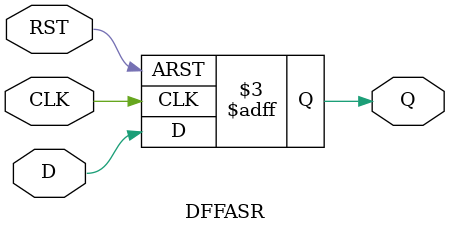
<source format=v>
module DFFASR (
    CLK, RST, D, Q
); // ASR: Asynchronous Reset
    input CLK; // clock input
    input RST; // reset input
    input D; // data input
    output Q; // data output
    reg Q; // shows that Q is a reg(register) type

    always @(posedge CLK or negedge RST) begin // either clk is active or rst is not active
        if(!RST) begin
            Q <= 0;
        end
        else begin
            Q <= D;
        end
    end
endmodule
</source>
